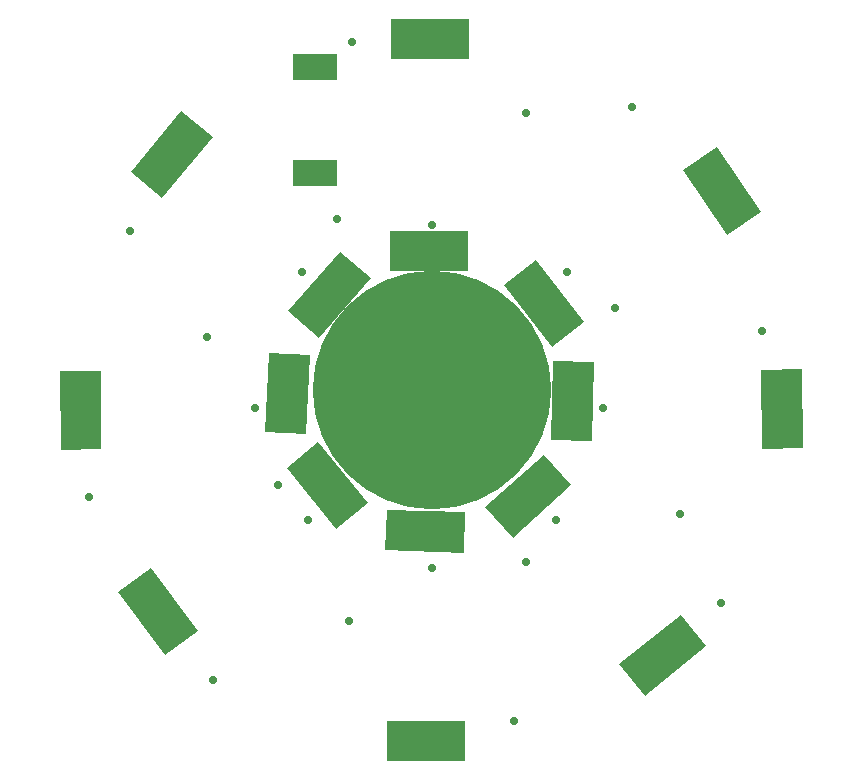
<source format=gbr>
G04 EAGLE Gerber RS-274X export*
G75*
%MOMM*%
%FSLAX34Y34*%
%LPD*%
%INSoldermask Bottom*%
%IPPOS*%
%AMOC8*
5,1,8,0,0,1.08239X$1,22.5*%
G01*
G04 Define Apertures*
%ADD10C,20.203200*%
%ADD11R,6.654800X3.454400*%
%ADD12R,3.703200X2.203200*%
%ADD13C,0.705600*%
D10*
X0Y0D03*
D11*
X-1000Y297500D03*
X-5200Y-296800D03*
G36*
X-314220Y-50059D02*
X-314801Y16486D01*
X-280260Y16787D01*
X-279679Y-49758D01*
X-314220Y-50059D01*
G37*
G36*
X313664Y17782D02*
X314477Y-48760D01*
X279936Y-49182D01*
X279123Y17360D01*
X313664Y17782D01*
G37*
G36*
X241908Y206065D02*
X278831Y150701D01*
X250092Y131535D01*
X213169Y186899D01*
X241908Y206065D01*
G37*
G36*
X232428Y-216583D02*
X180711Y-258462D01*
X158972Y-231617D01*
X210689Y-189738D01*
X232428Y-216583D01*
G37*
G36*
X-185306Y214247D02*
X-227993Y163195D01*
X-254494Y185353D01*
X-211807Y236405D01*
X-185306Y214247D01*
G37*
G36*
X-225699Y-224289D02*
X-265562Y-171003D01*
X-237901Y-150311D01*
X-198038Y-203597D01*
X-225699Y-224289D01*
G37*
X-2000Y118256D03*
G36*
X-38050Y-100950D02*
X28456Y-103272D01*
X27250Y-137794D01*
X-39256Y-135472D01*
X-38050Y-100950D01*
G37*
G36*
X-140911Y-35024D02*
X-137428Y31432D01*
X-102933Y29624D01*
X-106416Y-36832D01*
X-140911Y-35024D01*
G37*
G36*
X137457Y23726D02*
X135483Y-42791D01*
X100955Y-41766D01*
X102929Y24751D01*
X137457Y23726D01*
G37*
G36*
X88367Y110770D02*
X129337Y58331D01*
X102115Y37064D01*
X61145Y89503D01*
X88367Y110770D01*
G37*
G36*
X118063Y-80360D02*
X68454Y-124716D01*
X45429Y-98964D01*
X95038Y-54608D01*
X118063Y-80360D01*
G37*
G36*
X-121254Y67369D02*
X-77595Y117592D01*
X-51524Y94929D01*
X-95183Y44706D01*
X-121254Y67369D01*
G37*
G36*
X-80911Y-117354D02*
X-122790Y-65637D01*
X-95945Y-43898D01*
X-54066Y-95615D01*
X-80911Y-117354D01*
G37*
D12*
X-98507Y274198D03*
X-98507Y184198D03*
D13*
X0Y140000D03*
X80000Y235000D03*
X210000Y-105000D03*
X-70000Y-195000D03*
X-190000Y45000D03*
X-80000Y145000D03*
X155000Y70000D03*
X80000Y-145000D03*
X-130000Y-80000D03*
X-110000Y100000D03*
X105000Y-110000D03*
X115000Y100000D03*
X-105000Y-110000D03*
X70000Y-280000D03*
X-290000Y-90000D03*
X280000Y50000D03*
X170000Y240000D03*
X245000Y-180000D03*
X-255000Y135000D03*
X-185000Y-245000D03*
X0Y-150000D03*
X145000Y-15000D03*
X-150000Y-15000D03*
X-67456Y295000D03*
M02*

</source>
